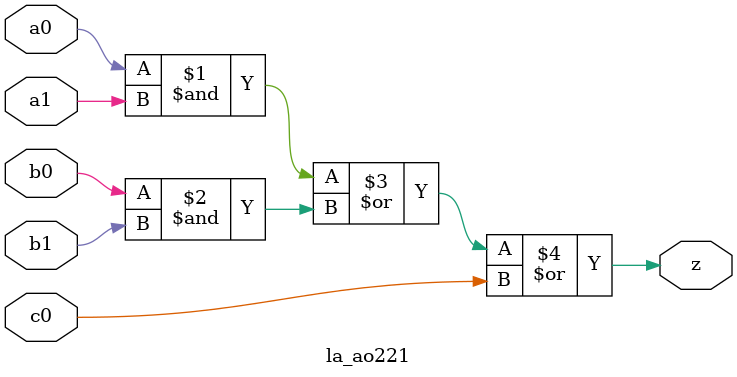
<source format=v>

module la_ao221 #(
    parameter PROP = "DEFAULT"
) (
    input  a0,
    input  a1,
    input  b0,
    input  b1,
    input  c0,
    output z
);

    assign z = (a0 & a1) | (b0 & b1) | (c0);

endmodule

</source>
